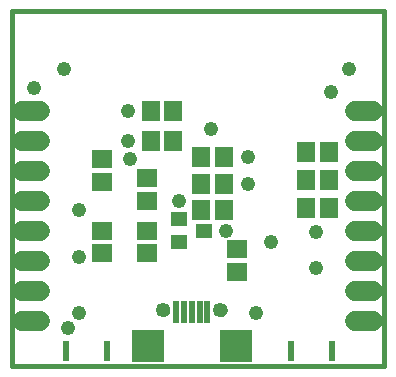
<source format=gbs>
G75*
%MOIN*%
%OFA0B0*%
%FSLAX25Y25*%
%IPPOS*%
%LPD*%
%AMOC8*
5,1,8,0,0,1.08239X$1,22.5*
%
%ADD10C,0.01600*%
%ADD11R,0.05524X0.04800*%
%ADD12R,0.02375X0.07690*%
%ADD13R,0.10800X0.10800*%
%ADD14C,0.00000*%
%ADD15C,0.04934*%
%ADD16C,0.06800*%
%ADD17R,0.06706X0.05918*%
%ADD18R,0.05918X0.06706*%
%ADD19R,0.02362X0.06693*%
%ADD20C,0.04762*%
D10*
X0008250Y0005000D02*
X0008250Y0123110D01*
X0132266Y0123110D01*
X0132266Y0005000D01*
X0008250Y0005000D01*
D11*
X0064077Y0046260D03*
X0072423Y0050000D03*
X0064077Y0053740D03*
D12*
X0063132Y0022815D03*
X0065691Y0022815D03*
X0068250Y0022815D03*
X0070809Y0022815D03*
X0073368Y0022815D03*
D13*
X0082915Y0011693D03*
X0053585Y0011693D03*
D14*
X0056636Y0023622D02*
X0056638Y0023713D01*
X0056644Y0023803D01*
X0056654Y0023894D01*
X0056668Y0023983D01*
X0056686Y0024072D01*
X0056707Y0024161D01*
X0056733Y0024248D01*
X0056762Y0024334D01*
X0056796Y0024418D01*
X0056832Y0024501D01*
X0056873Y0024583D01*
X0056917Y0024662D01*
X0056964Y0024740D01*
X0057015Y0024815D01*
X0057069Y0024888D01*
X0057126Y0024958D01*
X0057186Y0025026D01*
X0057249Y0025092D01*
X0057315Y0025154D01*
X0057384Y0025213D01*
X0057455Y0025270D01*
X0057529Y0025323D01*
X0057605Y0025373D01*
X0057683Y0025420D01*
X0057763Y0025463D01*
X0057844Y0025502D01*
X0057928Y0025538D01*
X0058013Y0025570D01*
X0058099Y0025599D01*
X0058186Y0025623D01*
X0058275Y0025644D01*
X0058364Y0025661D01*
X0058454Y0025674D01*
X0058544Y0025683D01*
X0058635Y0025688D01*
X0058726Y0025689D01*
X0058816Y0025686D01*
X0058907Y0025679D01*
X0058997Y0025668D01*
X0059087Y0025653D01*
X0059176Y0025634D01*
X0059264Y0025612D01*
X0059350Y0025585D01*
X0059436Y0025555D01*
X0059520Y0025521D01*
X0059603Y0025483D01*
X0059684Y0025442D01*
X0059763Y0025397D01*
X0059840Y0025348D01*
X0059914Y0025297D01*
X0059987Y0025242D01*
X0060057Y0025184D01*
X0060124Y0025123D01*
X0060188Y0025059D01*
X0060250Y0024993D01*
X0060309Y0024923D01*
X0060364Y0024852D01*
X0060417Y0024777D01*
X0060466Y0024701D01*
X0060512Y0024623D01*
X0060554Y0024542D01*
X0060593Y0024460D01*
X0060628Y0024376D01*
X0060659Y0024291D01*
X0060686Y0024204D01*
X0060710Y0024117D01*
X0060730Y0024028D01*
X0060746Y0023939D01*
X0060758Y0023849D01*
X0060766Y0023758D01*
X0060770Y0023667D01*
X0060770Y0023577D01*
X0060766Y0023486D01*
X0060758Y0023395D01*
X0060746Y0023305D01*
X0060730Y0023216D01*
X0060710Y0023127D01*
X0060686Y0023040D01*
X0060659Y0022953D01*
X0060628Y0022868D01*
X0060593Y0022784D01*
X0060554Y0022702D01*
X0060512Y0022621D01*
X0060466Y0022543D01*
X0060417Y0022467D01*
X0060364Y0022392D01*
X0060309Y0022321D01*
X0060250Y0022251D01*
X0060188Y0022185D01*
X0060124Y0022121D01*
X0060057Y0022060D01*
X0059987Y0022002D01*
X0059914Y0021947D01*
X0059840Y0021896D01*
X0059763Y0021847D01*
X0059684Y0021802D01*
X0059603Y0021761D01*
X0059520Y0021723D01*
X0059436Y0021689D01*
X0059350Y0021659D01*
X0059264Y0021632D01*
X0059176Y0021610D01*
X0059087Y0021591D01*
X0058997Y0021576D01*
X0058907Y0021565D01*
X0058816Y0021558D01*
X0058726Y0021555D01*
X0058635Y0021556D01*
X0058544Y0021561D01*
X0058454Y0021570D01*
X0058364Y0021583D01*
X0058275Y0021600D01*
X0058186Y0021621D01*
X0058099Y0021645D01*
X0058013Y0021674D01*
X0057928Y0021706D01*
X0057844Y0021742D01*
X0057763Y0021781D01*
X0057683Y0021824D01*
X0057605Y0021871D01*
X0057529Y0021921D01*
X0057455Y0021974D01*
X0057384Y0022031D01*
X0057315Y0022090D01*
X0057249Y0022152D01*
X0057186Y0022218D01*
X0057126Y0022286D01*
X0057069Y0022356D01*
X0057015Y0022429D01*
X0056964Y0022504D01*
X0056917Y0022582D01*
X0056873Y0022661D01*
X0056832Y0022743D01*
X0056796Y0022826D01*
X0056762Y0022910D01*
X0056733Y0022996D01*
X0056707Y0023083D01*
X0056686Y0023172D01*
X0056668Y0023261D01*
X0056654Y0023350D01*
X0056644Y0023441D01*
X0056638Y0023531D01*
X0056636Y0023622D01*
X0075730Y0023622D02*
X0075732Y0023713D01*
X0075738Y0023803D01*
X0075748Y0023894D01*
X0075762Y0023983D01*
X0075780Y0024072D01*
X0075801Y0024161D01*
X0075827Y0024248D01*
X0075856Y0024334D01*
X0075890Y0024418D01*
X0075926Y0024501D01*
X0075967Y0024583D01*
X0076011Y0024662D01*
X0076058Y0024740D01*
X0076109Y0024815D01*
X0076163Y0024888D01*
X0076220Y0024958D01*
X0076280Y0025026D01*
X0076343Y0025092D01*
X0076409Y0025154D01*
X0076478Y0025213D01*
X0076549Y0025270D01*
X0076623Y0025323D01*
X0076699Y0025373D01*
X0076777Y0025420D01*
X0076857Y0025463D01*
X0076938Y0025502D01*
X0077022Y0025538D01*
X0077107Y0025570D01*
X0077193Y0025599D01*
X0077280Y0025623D01*
X0077369Y0025644D01*
X0077458Y0025661D01*
X0077548Y0025674D01*
X0077638Y0025683D01*
X0077729Y0025688D01*
X0077820Y0025689D01*
X0077910Y0025686D01*
X0078001Y0025679D01*
X0078091Y0025668D01*
X0078181Y0025653D01*
X0078270Y0025634D01*
X0078358Y0025612D01*
X0078444Y0025585D01*
X0078530Y0025555D01*
X0078614Y0025521D01*
X0078697Y0025483D01*
X0078778Y0025442D01*
X0078857Y0025397D01*
X0078934Y0025348D01*
X0079008Y0025297D01*
X0079081Y0025242D01*
X0079151Y0025184D01*
X0079218Y0025123D01*
X0079282Y0025059D01*
X0079344Y0024993D01*
X0079403Y0024923D01*
X0079458Y0024852D01*
X0079511Y0024777D01*
X0079560Y0024701D01*
X0079606Y0024623D01*
X0079648Y0024542D01*
X0079687Y0024460D01*
X0079722Y0024376D01*
X0079753Y0024291D01*
X0079780Y0024204D01*
X0079804Y0024117D01*
X0079824Y0024028D01*
X0079840Y0023939D01*
X0079852Y0023849D01*
X0079860Y0023758D01*
X0079864Y0023667D01*
X0079864Y0023577D01*
X0079860Y0023486D01*
X0079852Y0023395D01*
X0079840Y0023305D01*
X0079824Y0023216D01*
X0079804Y0023127D01*
X0079780Y0023040D01*
X0079753Y0022953D01*
X0079722Y0022868D01*
X0079687Y0022784D01*
X0079648Y0022702D01*
X0079606Y0022621D01*
X0079560Y0022543D01*
X0079511Y0022467D01*
X0079458Y0022392D01*
X0079403Y0022321D01*
X0079344Y0022251D01*
X0079282Y0022185D01*
X0079218Y0022121D01*
X0079151Y0022060D01*
X0079081Y0022002D01*
X0079008Y0021947D01*
X0078934Y0021896D01*
X0078857Y0021847D01*
X0078778Y0021802D01*
X0078697Y0021761D01*
X0078614Y0021723D01*
X0078530Y0021689D01*
X0078444Y0021659D01*
X0078358Y0021632D01*
X0078270Y0021610D01*
X0078181Y0021591D01*
X0078091Y0021576D01*
X0078001Y0021565D01*
X0077910Y0021558D01*
X0077820Y0021555D01*
X0077729Y0021556D01*
X0077638Y0021561D01*
X0077548Y0021570D01*
X0077458Y0021583D01*
X0077369Y0021600D01*
X0077280Y0021621D01*
X0077193Y0021645D01*
X0077107Y0021674D01*
X0077022Y0021706D01*
X0076938Y0021742D01*
X0076857Y0021781D01*
X0076777Y0021824D01*
X0076699Y0021871D01*
X0076623Y0021921D01*
X0076549Y0021974D01*
X0076478Y0022031D01*
X0076409Y0022090D01*
X0076343Y0022152D01*
X0076280Y0022218D01*
X0076220Y0022286D01*
X0076163Y0022356D01*
X0076109Y0022429D01*
X0076058Y0022504D01*
X0076011Y0022582D01*
X0075967Y0022661D01*
X0075926Y0022743D01*
X0075890Y0022826D01*
X0075856Y0022910D01*
X0075827Y0022996D01*
X0075801Y0023083D01*
X0075780Y0023172D01*
X0075762Y0023261D01*
X0075748Y0023350D01*
X0075738Y0023441D01*
X0075732Y0023531D01*
X0075730Y0023622D01*
D15*
X0077797Y0023622D03*
X0058703Y0023622D03*
D16*
X0017500Y0020000D02*
X0011500Y0020000D01*
X0011500Y0030000D02*
X0017500Y0030000D01*
X0017500Y0040000D02*
X0011500Y0040000D01*
X0011500Y0050000D02*
X0017500Y0050000D01*
X0017500Y0060000D02*
X0011500Y0060000D01*
X0011500Y0070000D02*
X0017500Y0070000D01*
X0017500Y0080000D02*
X0011500Y0080000D01*
X0011500Y0090000D02*
X0017500Y0090000D01*
X0122750Y0090000D02*
X0128750Y0090000D01*
X0128750Y0080000D02*
X0122750Y0080000D01*
X0122750Y0070000D02*
X0128750Y0070000D01*
X0128750Y0060000D02*
X0122750Y0060000D01*
X0122750Y0050000D02*
X0128750Y0050000D01*
X0128750Y0040000D02*
X0122750Y0040000D01*
X0122750Y0030000D02*
X0128750Y0030000D01*
X0128750Y0020000D02*
X0122750Y0020000D01*
D17*
X0083250Y0036260D03*
X0083250Y0043740D03*
X0053250Y0042510D03*
X0053250Y0049990D03*
X0053250Y0060010D03*
X0053250Y0067490D03*
X0038250Y0066260D03*
X0038250Y0073740D03*
X0038250Y0049990D03*
X0038250Y0042510D03*
D18*
X0071385Y0056875D03*
X0078865Y0056875D03*
X0078865Y0065625D03*
X0071385Y0065625D03*
X0071385Y0074375D03*
X0078865Y0074375D03*
X0061990Y0080000D03*
X0054510Y0080000D03*
X0054510Y0090000D03*
X0061990Y0090000D03*
X0106385Y0076250D03*
X0113865Y0076250D03*
X0113865Y0066875D03*
X0106385Y0066875D03*
X0106385Y0057500D03*
X0113865Y0057500D03*
D19*
X0115140Y0010000D03*
X0101360Y0010000D03*
X0040140Y0010000D03*
X0026360Y0010000D03*
D20*
X0027000Y0017500D03*
X0030750Y0022500D03*
X0030750Y0041250D03*
X0030750Y0056875D03*
X0047625Y0073750D03*
X0047000Y0080000D03*
X0047000Y0090000D03*
X0025750Y0103750D03*
X0015750Y0097500D03*
X0063875Y0060000D03*
X0079500Y0050000D03*
X0094500Y0046250D03*
X0109500Y0049375D03*
X0109500Y0037500D03*
X0125250Y0050000D03*
X0089500Y0022500D03*
X0087000Y0065625D03*
X0087000Y0074375D03*
X0074500Y0083750D03*
X0114500Y0096250D03*
X0120750Y0103750D03*
M02*

</source>
